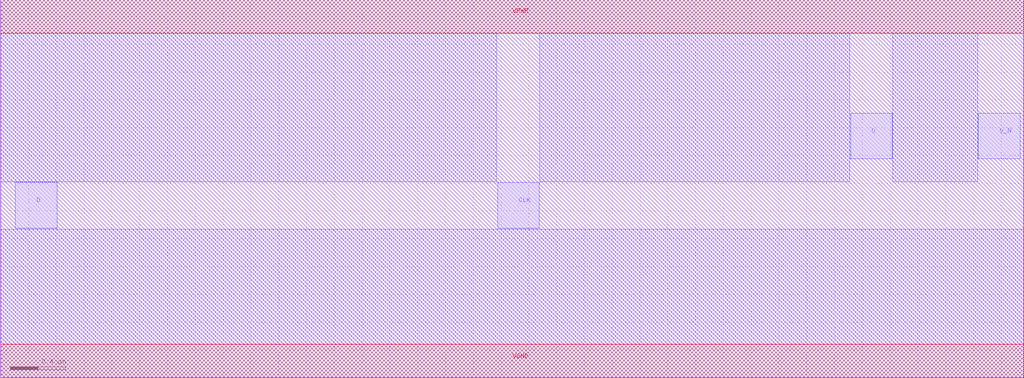
<source format=lef>
VERSION 5.7 ;
NOWIREEXTENSIONATTERMINAL OFF ;
DIVIDERCHAR "/" ;
BUSBITCHARS "[]" ;

UNITS
  DATABASE MICRONS 1000 ;
END UNITS

LAYER pwell
  TYPE NWELL ;
END pwell

LAYER nwell  
  TYPE NWELL ;
END nwell

LAYER poly
  TYPE MASTERSLICE ;
END poly

LAYER li1
  TYPE ROUTING ;
  DIRECTION HORIZONTAL ;
  PITCH 0.46 ;
  WIDTH 0.17 ;
  SPACING 0.14 ;
  RESISTANCE RPERSQ 12.8 ;
  CAPACITANCE CPERSQDIST 164.0 ;
  EDGECAPACITANCE 57.0 ;
END li1

LAYER mcon
  TYPE CUT ;
  SPACING 0.19 ;
END mcon

LAYER met1
  TYPE ROUTING ;
  DIRECTION VERTICAL ;
  PITCH 0.34 ;
  WIDTH 0.14 ;
  SPACING 0.14 ;
  RESISTANCE RPERSQ 0.125 ;
  CAPACITANCE CPERSQDIST 52.4 ;
  EDGECAPACITANCE 28.7 ;
  
  MANUFACTURINGGRID 0.005 ;
  
  ANTENNADIFFAREA 400.0 ;
  ANTENNACUMROUTINGPLUSCUT ;
  ANTENNAGATEPLUSDIFF 350.0 ;
  ANTENNAAREAFACTOR 400.0 ;
END met1

LAYER via
  TYPE CUT ;
  SPACING 0.17 ;
  ENCLOSURE BELOW 0.055 0.085 ;
  ENCLOSURE ABOVE 0.055 0.085 ;
END via

LAYER met2
  TYPE ROUTING ;
  DIRECTION HORIZONTAL ;
  PITCH 0.46 ;
  WIDTH 0.14 ;
  SPACING 0.14 ;
  RESISTANCE RPERSQ 0.125 ;
  CAPACITANCE CPERSQDIST 52.4 ;
  EDGECAPACITANCE 28.7 ;
  
  MANUFACTURINGGRID 0.005 ;
  
  ANTENNADIFFAREA 400.0 ;
  ANTENNACUMROUTINGPLUSCUT ;
  ANTENNAGATEPLUSDIFF 350.0 ;
  ANTENNAAREAFACTOR 400.0 ;
END met2

SITE unithd
  SYMMETRY Y ;
  CLASS CORE ;
  SIZE 0.46 BY 2.72 ;
END unithd

MACRO sakemono90_fd_sc_hd__dfxtp_1
  CLASS CORE ;
  FOREIGN sakemono90_fd_sc_hd__dfxtp_1 0.0 0.0 ;
  ORIGIN 0.0 0.0 ;
  SIZE 5.52 BY 2.72 ;
  SYMMETRY X Y ;
  SITE unithd ;
  
  PIN D
    DIRECTION INPUT ;
    USE SIGNAL ;
    PORT
      LAYER li1 ;
        RECT 0.105 1.075 0.405 1.405 ;
    END
  END D
  
  PIN CLK
    DIRECTION INPUT ;
    USE CLOCK ;
    PORT
      LAYER li1 ;
        RECT 2.655 1.075 2.955 1.405 ;
    END
  END CLK

  PIN Q
    DIRECTION OUTPUT ;
    USE SIGNAL ;
    PORT
      LAYER li1 ;
        RECT 5.195 1.575 5.495 1.905 ;
    END
  END Q

  PIN VPWR
    DIRECTION INOUT ;
    USE POWER ;
    PORT
      LAYER met1 ;
        RECT 0.000 2.480 5.520 2.720 ;
    END
  END VPWR

  PIN VGND
    DIRECTION INOUT ;
    USE GROUND ;
    PORT
      LAYER met1 ;
        RECT 0.000 0.000 5.520 0.240 ;
    END
  END VGND

  OBS
    LAYER li1 ;
      RECT 0.00 0.24 5.52 1.07 ;
      RECT 0.00 1.41 2.65 2.48 ;
      RECT 2.96 1.41 5.19 2.48 ;
  END

END sakemono90_fd_sc_hd__dfxtp_1

MACRO sakemono90_fd_sc_hd__dfxtn_1
  CLASS CORE ;
  FOREIGN sakemono90_fd_sc_hd__dfxtn_1 0.0 0.0 ;
  ORIGIN 0.0 0.0 ;
  SIZE 5.52 BY 2.72 ;
  SYMMETRY X Y ;
  SITE unithd ;
  
  PIN D
    DIRECTION INPUT ;
    USE SIGNAL ;
    PORT
      LAYER li1 ;
        RECT 0.105 1.075 0.405 1.405 ;
    END
  END D
  
  PIN CLK_N
    DIRECTION INPUT ;
    USE CLOCK ;
    PORT
      LAYER li1 ;
        RECT 2.655 1.075 2.955 1.405 ;
    END
  END CLK_N

  PIN Q
    DIRECTION OUTPUT ;
    USE SIGNAL ;
    PORT
      LAYER li1 ;
        RECT 5.195 1.575 5.495 1.905 ;
    END
  END Q

  PIN VPWR
    DIRECTION INOUT ;
    USE POWER ;
    PORT
      LAYER met1 ;
        RECT 0.000 2.480 5.520 2.720 ;
    END
  END VPWR

  PIN VGND
    DIRECTION INOUT ;
    USE GROUND ;
    PORT
      LAYER met1 ;
        RECT 0.000 0.000 5.520 0.240 ;
    END
  END VGND

  OBS
    LAYER li1 ;
      RECT 0.00 0.24 5.52 1.07 ;
      RECT 0.00 1.41 2.65 2.48 ;
      RECT 2.96 1.41 5.19 2.48 ;
  END

END sakemono90_fd_sc_hd__dfxtn_1

MACRO sakemono90_fd_sc_hd__dfxbp_1
  CLASS CORE ;
  FOREIGN sakemono90_fd_sc_hd__dfxbp_1 0.0 0.0 ;
  ORIGIN 0.0 0.0 ;
  SIZE 7.36 BY 2.72 ;
  SYMMETRY X Y ;
  SITE unithd ;
  
  PIN D
    DIRECTION INPUT ;
    USE SIGNAL ;
    PORT
      LAYER li1 ;
        RECT 0.105 1.075 0.405 1.405 ;
    END
  END D
  
  PIN CLK
    DIRECTION INPUT ;
    USE CLOCK ;
    PORT
      LAYER li1 ;
        RECT 3.575 1.075 3.875 1.405 ;
    END
  END CLK

  PIN Q
    DIRECTION OUTPUT ;
    USE SIGNAL ;
    PORT
      LAYER li1 ;
        RECT 6.115 1.575 6.415 1.905 ;
    END
  END Q

  PIN Q_N
    DIRECTION OUTPUT ;
    USE SIGNAL ;
    PORT
      LAYER li1 ;
        RECT 7.035 1.575 7.335 1.905 ;
    END
  END Q_N

  PIN VPWR
    DIRECTION INOUT ;
    USE POWER ;
    PORT
      LAYER met1 ;
        RECT 0.000 2.480 7.360 2.720 ;
    END
  END VPWR

  PIN VGND
    DIRECTION INOUT ;
    USE GROUND ;
    PORT
      LAYER met1 ;
        RECT 0.000 0.000 7.360 0.240 ;
    END
  END VGND

  OBS
    LAYER li1 ;
      RECT 0.00 0.24 7.36 1.07 ;
      RECT 0.00 1.41 3.57 2.48 ;
      RECT 3.88 1.41 6.11 2.48 ;
      RECT 6.42 1.41 7.03 2.48 ;
  END

END sakemono90_fd_sc_hd__dfxbp_1

END LIBRARY
</source>
